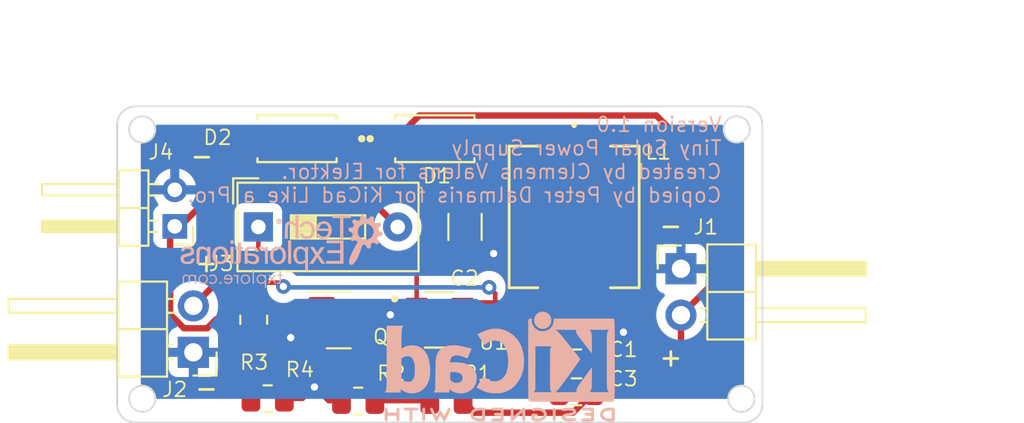
<source format=kicad_pcb>
(kicad_pcb (version 20240108) (generator "pcbnew") (generator_version "8.0")
  (layers (0 "F.Cu" signal) (31 "B.Cu" signal) (34 "B.Paste" user) (35 "F.Paste" user) (36 "B.SilkS" user "B.Silkscreen") (37 "F.SilkS" user "F.Silkscreen") (38 "B.Mask" user) (39 "F.Mask" user) (44 "Edge.Cuts" user))
  (net 0 "")
  (net 1 "Net-(J3-Pin_1)")
  (net 2 "GNDD")
  (net 3 "/OUT_P")
  (net 4 "Net-(U1-FB)")
  (net 5 "Net-(U1-SW)")
  (net 6 "/BAT_P")
  (net 7 "/SOLAR_P")
  (net 8 "Net-(Q1-D)")
  (footprint "Package_TO_SOT_SMD:SOT-23" (layer "F.Cu") (at 158.8285 122.174)
    (property "Reference" "Q1" (at 2.6715 0.926 0) (layer "F.SilkS") (effects (font (size 0.8 0.8) (thickness 0.1))))
    (property "Value" "2N7002" (hide yes))
    (pad "1" smd roundrect (at -0.9375 -0.95) (size 1.475 0.6) (layers "F.Cu" "F.Paste" "F.Mask") (net 7 "/SOLAR_P"))
    (pad "2" smd roundrect (at -0.9375 0.95) (size 1.475 0.6) (layers "F.Cu" "F.Paste" "F.Mask") (net 2 "GNDD"))
    (pad "3" smd roundrect (at 0.9375 0) (size 1.475 0.6) (layers "F.Cu" "F.Paste" "F.Mask") (net 8 "Net-(Q1-D)"))
  )
  (footprint "SS14:DIOM4325X250N" (layer "F.Cu") (at 156.547 112.268 180)
    (property "Reference" "D2" (at 4.347 0.068 180) (layer "F.SilkS") (effects (font (size 0.8 0.8) (thickness 0.1))))
    (property "Value" "SS14" (hide yes))
    (pad "A" smd rect (at 2.115 0 180) (size 2.12 1.5) (layers "F.Cu" "F.Paste" "F.Mask") (net 7 "/SOLAR_P"))
    (pad "C" smd rect (at -2.115 0 180) (size 2.12 1.5) (layers "F.Cu" "F.Paste" "F.Mask") (net 6 "/BAT_P"))
  )
  (footprint "Resistor_SMD:R_0805_2012Metric" (layer "F.Cu") (at 154.94 126.492)
    (property "Reference" "R4" (at 1.76 -1.592 0) (layer "F.SilkS") (effects (font (size 0.8 0.8) (thickness 0.1))))
    (property "Value" "1 ΜΩ" (hide yes))
    (pad "1" smd roundrect (at -0.9125 0) (size 1.025 1.4) (layers "F.Cu" "F.Paste" "F.Mask") (roundrect_rratio 0.243902) (net 7 "/SOLAR_P"))
    (pad "2" smd roundrect (at 0.9125 0) (size 1.025 1.4) (layers "F.Cu" "F.Paste" "F.Mask") (roundrect_rratio 0.243902) (net 2 "GNDD"))
  )
  (footprint "Resistor_SMD:R_0805_2012Metric" (layer "F.Cu") (at 159.893 126.619 180)
    (property "Reference" "R2" (at -1.807 1.519 180) (layer "F.SilkS") (effects (font (size 0.8 0.8) (thickness 0.1))))
    (property "Value" "604 kΩ 1%" (hide yes))
    (pad "1" smd roundrect (at -0.9125 0 180) (size 1.025 1.4) (layers "F.Cu" "F.Paste" "F.Mask") (roundrect_rratio 0.243902) (net 4 "Net-(U1-FB)"))
    (pad "2" smd roundrect (at 0.9125 0 180) (size 1.025 1.4) (layers "F.Cu" "F.Paste" "F.Mask") (roundrect_rratio 0.243902) (net 2 "GNDD"))
  )
  (footprint "Capacitor_SMD:C_0805_2012Metric" (layer "F.Cu") (at 171.831 126.111 180)
    (property "Reference" "C3" (at -2.569 0.711 180) (layer "F.SilkS") (effects (font (size 0.8 0.8) (thickness 0.1))))
    (property "Value" "10 pF 50 V X7R" (hide yes))
    (pad "1" smd roundrect (at -0.95 0 180) (size 1 1.45) (layers "F.Cu" "F.Paste" "F.Mask") (net 3 "/OUT_P"))
    (pad "2" smd roundrect (at 0.95 0 180) (size 1 1.45) (layers "F.Cu" "F.Paste" "F.Mask") (net 4 "Net-(U1-FB)"))
  )
  (footprint "SS14:DIOM4325X250N" (layer "F.Cu") (at 164.084 112.268)
    (property "Reference" "D1" (at 0.116 2.032 0) (layer "F.SilkS") (effects (font (size 0.8 0.8) (thickness 0.1))))
    (property "Value" "SS14" (hide yes))
    (pad "A" smd rect (at 2.115 0) (size 2.12 1.5) (layers "F.Cu" "F.Paste" "F.Mask") (net 5 "Net-(U1-SW)"))
    (pad "C" smd rect (at -2.115 0) (size 2.12 1.5) (layers "F.Cu" "F.Paste" "F.Mask") (net 3 "/OUT_P"))
  )
  (footprint "Connector_PinHeader_2.54mm:PinHeader_1x02_P2.54mm_Horizontal" (layer "F.Cu") (at 150.876 123.952 180)
    (property "Reference" "J2" (at 1.016 -2.032 180) (layer "F.SilkS") (effects (font (size 0.8 0.8) (thickness 0.1))))
    (property "Value" "Conn_01x02_Pin" (hide yes))
    (pad "1" thru_hole rect (at 0 0 180) (size 1.7 1.7) (drill 1) (layers "*.Cu" "*.Mask") (net 2 "GNDD"))
    (pad "2" thru_hole oval (at 0 2.54 180) (size 1.7 1.7) (drill 1) (layers "*.Cu" "*.Mask") (net 6 "/BAT_P"))
  )
  (footprint "footprints_coil:IND_ASPI-0630LR_ABR" (layer "F.Cu") (at 171.704 116.5479 -90)
    (property "Reference" "L1" (at -3.5479 -4.596 0) (layer "F.SilkS") (effects (font (size 0.8 0.8) (thickness 0.1))))
    (property "Value" "ASPI-0630LR-100M-T15" (hide yes))
    (pad "1" smd rect (at -2.5654 0) (size 3.302 2.667) (layers "F.Cu" "F.Paste" "F.Mask") (net 5 "Net-(U1-SW)"))
    (pad "2" smd rect (at 2.5654 0) (size 3.302 2.667) (layers "F.Cu" "F.Paste" "F.Mask") (net 1 "Net-(J3-Pin_1)"))
  )
  (footprint "Resistor_SMD:R_0805_2012Metric" (layer "F.Cu") (at 164.719 126.619 180)
    (property "Reference" "R1" (at -1.681 1.519 180) (layer "F.SilkS") (effects (font (size 0.8 0.8) (thickness 0.1))))
    (property "Value" "1 ΜΩ" (hide yes))
    (pad "1" smd roundrect (at -0.9125 0 180) (size 1.025 1.4) (layers "F.Cu" "F.Paste" "F.Mask") (roundrect_rratio 0.243902) (net 3 "/OUT_P"))
    (pad "2" smd roundrect (at 0.9125 0 180) (size 1.025 1.4) (layers "F.Cu" "F.Paste" "F.Mask") (roundrect_rratio 0.243902) (net 4 "Net-(U1-FB)"))
  )
  (footprint "Capacitor_SMD:C_1206_3216Metric" (layer "F.Cu") (at 165.735 117.094 -90)
    (property "Reference" "C2" (at 2.806 0.035 180) (layer "F.SilkS") (effects (font (size 0.8 0.8) (thickness 0.1))))
    (property "Value" "22 μF 10 V X7R" (hide yes))
    (pad "1" smd roundrect (at -1.475 0 270) (size 1.15 1.8) (layers "F.Cu" "F.Paste" "F.Mask") (roundrect_rratio 0.217391) (net 3 "/OUT_P"))
    (pad "2" smd roundrect (at 1.475 0 270) (size 1.15 1.8) (layers "F.Cu" "F.Paste" "F.Mask") (roundrect_rratio 0.217391) (net 2 "GNDD"))
  )
  (footprint "Connector_PinHeader_2.00mm:PinHeader_1x02_P2.00mm_Horizontal" (layer "F.Cu") (at 149.86 117.062 180)
    (property "Reference" "J4" (at 0.762 4.062 180) (layer "F.SilkS") (effects (font (size 0.8 0.8) (thickness 0.1))))
    (property "Value" "Conn_01x02_Pin" (hide yes))
    (pad "1" thru_hole rect (at 0 0 180) (size 1.35 1.35) (drill 0.8) (layers "*.Cu" "*.Mask") (net 7 "/SOLAR_P"))
    (pad "2" thru_hole oval (at 0 2 180) (size 1.35 1.35) (drill 0.8) (layers "*.Cu" "*.Mask") (net 2 "GNDD"))
  )
  (footprint "AP3015AKTR-G1:SOT95P280X145-5N" (layer "F.Cu") (at 164.338 122.174)
    (property "Reference" "U1" (at 2.962 1.226 0) (layer "F.SilkS") (effects (font (size 0.8 0.8) (thickness 0.1))))
    (property "Value" "AP3015AKTR-G1" (hide yes))
    (pad "1" smd roundrect (at -1.25 -0.95) (size 1.17 0.51) (layers "F.Cu" "F.Paste" "F.Mask") (roundrect_rratio 0.06) (net 5 "Net-(U1-SW)"))
    (pad "2" smd roundrect (at -1.25 0) (size 1.17 0.51) (layers "F.Cu" "F.Paste" "F.Mask") (roundrect_rratio 0.06) (net 2 "GNDD"))
    (pad "3" smd roundrect (at -1.25 0.95) (size 1.17 0.51) (layers "F.Cu" "F.Paste" "F.Mask") (roundrect_rratio 0.06) (net 4 "Net-(U1-FB)"))
    (pad "4" smd roundrect (at 1.25 0.95 180) (size 1.17 0.51) (layers "F.Cu" "F.Paste" "F.Mask") (roundrect_rratio 0.06) (net 8 "Net-(Q1-D)"))
    (pad "5" smd roundrect (at 1.25 -0.95 180) (size 1.17 0.51) (layers "F.Cu" "F.Paste" "F.Mask") (roundrect_rratio 0.06) (net 1 "Net-(J3-Pin_1)"))
  )
  (footprint "Connector_PinHeader_2.54mm:PinHeader_1x02_P2.54mm_Horizontal" (layer "F.Cu") (at 177.546 119.38)
    (property "Reference" "J1" (at 1.354 -2.28 0) (layer "F.SilkS") (effects (font (size 0.8 0.8) (thickness 0.1))))
    (property "Value" "Conn_01x02_Pin" (hide yes))
    (pad "1" thru_hole rect (at 0 0) (size 1.7 1.7) (drill 1) (layers "*.Cu" "*.Mask") (net 2 "GNDD"))
    (pad "2" thru_hole oval (at 0 2.54) (size 1.7 1.7) (drill 1) (layers "*.Cu" "*.Mask") (net 3 "/OUT_P"))
  )
  (footprint "Resistor_SMD:R_0805_2012Metric" (layer "F.Cu") (at 154.178 122.174 -90)
    (property "Reference" "R3" (at 2.326 -0.022 180) (layer "F.SilkS") (effects (font (size 0.8 0.8) (thickness 0.1))))
    (property "Value" "10 kΩ" (hide yes))
    (pad "1" smd roundrect (at -0.9125 0 270) (size 1.025 1.4) (layers "F.Cu" "F.Paste" "F.Mask") (roundrect_rratio 0.243902) (net 1 "Net-(J3-Pin_1)"))
    (pad "2" smd roundrect (at 0.9125 0 270) (size 1.025 1.4) (layers "F.Cu" "F.Paste" "F.Mask") (roundrect_rratio 0.243902) (net 8 "Net-(Q1-D)"))
  )
  (footprint "Button_Switch_THT:SW_DIP_SPSTx01_Slide_9.78x4.72mm_W7.62mm_P2.54mm" (layer "F.Cu") (at 154.432 117.094)
    (property "Reference" "J3" (at -2.032 2.006 0) (layer "F.SilkS") (effects (font (size 0.8 0.8) (thickness 0.1))))
    (property "Value" "Conn_01x02_Pin" (hide yes))
    (pad "1" thru_hole rect (at 0 0) (size 1.6 1.6) (drill 0.8) (layers "*.Cu" "*.Mask") (net 1 "Net-(J3-Pin_1)"))
    (pad "2" thru_hole oval (at 7.62 0) (size 1.6 1.6) (drill 0.8) (layers "*.Cu" "*.Mask") (net 6 "/BAT_P"))
  )
  (footprint "Capacitor_SMD:C_0805_2012Metric" (layer "F.Cu") (at 171.831 123.063)
    (property "Reference" "C1" (at 2.569 0.737 0) (layer "F.SilkS") (effects (font (size 0.8 0.8) (thickness 0.1))))
    (property "Value" "4.7 μF 50 V X7R" (hide yes))
    (pad "1" smd roundrect (at -0.95 0) (size 1 1.45) (layers "F.Cu" "F.Paste" "F.Mask") (net 1 "Net-(J3-Pin_1)"))
    (pad "2" smd roundrect (at 0.95 0) (size 1 1.45) (layers "F.Cu" "F.Paste" "F.Mask") (net 2 "GNDD"))
  )
  (footprint "Symbol:KiCad-Logo2_5mm_SilkScreen" (layer "B.Cu") (at 167.64 124.714 180)
    (property "Reference" "REF**" (hide yes))
    (property "Value" "KiCad-Logo2_5mm_SilkScreen" (hide yes))
  )
  (footprint "footprints:TE_Logo_11.6x4" (layer "B.Cu") (at 155.702 118.364 180)
    (property "Reference" "G***" (hide yes))
    (property "Value" "LOGO" (hide yes))
  )
  (gr_line (start 146.707107 111.5) (end 146.707107 126.792893) (stroke (width 0.1)) (layer "Edge.Cuts"))
  (gr_circle (center 180.848 126.492) (end 181.356 127) (stroke (width 0.1)) (fill none) (layer "Edge.Cuts"))
  (gr_circle (center 180.594 111.76) (end 181.102 112.268) (stroke (width 0.1)) (fill none) (layer "Edge.Cuts"))
  (gr_line (start 147.707107 127.792893) (end 181 127.792893) (stroke (width 0.1)) (layer "Edge.Cuts"))
  (gr_arc (start 182 126.792893) (mid 181.707107 127.5) (end 181 127.792893) (stroke (width 0.1)) (layer "Edge.Cuts"))
  (gr_circle (center 148.082 126.492) (end 148.59 127) (stroke (width 0.1)) (fill none) (layer "Edge.Cuts"))
  (gr_line (start 147.707107 110.5) (end 181 110.5) (stroke (width 0.1)) (layer "Edge.Cuts"))
  (gr_arc (start 146.707107 111.5) (mid 147 110.792893) (end 147.707107 110.5) (stroke (width 0.1)) (layer "Edge.Cuts"))
  (gr_line (start 182 111.5) (end 182 126.792893) (stroke (width 0.1)) (layer "Edge.Cuts"))
  (gr_arc (start 181 110.5) (mid 181.707107 110.792893) (end 182 111.5) (stroke (width 0.1)) (layer "Edge.Cuts"))
  (gr_circle (center 148.082 111.76) (end 148.59 112.268) (stroke (width 0.1)) (fill none) (layer "Edge.Cuts"))
  (gr_arc (start 147.707107 127.792893) (mid 147 127.5) (end 146.707107 126.792893) (stroke (width 0.1)) (layer "Edge.Cuts"))
  (gr_text "Version 1.0\nTiny Solar Power Supply\nCreated by Clemens Valens for Elektor.\nCopied by Peter Dalmaris for KiCad Like a Pro." (at 179.832 115.824 0) (layer "B.SilkS") (effects (font (size 0.8 0.8) (thickness 0.1)) (justify left bottom mirror)))
  (gr_text "-" (at 150.622 113.792 0) (layer "F.SilkS") (effects (font (size 1 1)) (justify left bottom)))
  (gr_text "+" (at 176.276 124.8 0) (layer "F.SilkS") (effects (font (size 1 1)) (justify left bottom)))
  (gr_text "+" (at 150.876 119.634 0) (layer "F.SilkS") (effects (font (size 1 1)) (justify left bottom)))
  (gr_text "-" (at 150.876 126.492 0) (layer "F.SilkS") (effects (font (size 1 1)) (justify left bottom)))
  (gr_text "-" (at 176.276 117.602 0) (layer "F.SilkS") (effects (font (size 1 1)) (justify left bottom)))
  (segment (start 167.386 121.224) (end 167.386 120.736) (width 0.25) (layer "F.Cu") (net 1))
  (segment (start 154.432 121.0075) (end 154.178 121.2615) (width 0.25) (layer "F.Cu") (net 1))
  (segment (start 155.8 120.35) (end 155.592 120.142) (width 0.25) (layer "F.Cu") (net 1))
  (segment (start 167.386 121.224) (end 169.5933 121.224) (width 0.25) (layer "F.Cu") (net 1))
  (segment (start 167.386 120.736) (end 167.05 120.4) (width 0.25) (layer "F.Cu") (net 1))
  (segment (start 155.592 120.142) (end 154.432 120.142) (width 0.25) (layer "F.Cu") (net 1))
  (segment (start 154.432 120.142) (end 154.432 121.0075) (width 0.25) (layer "F.Cu") (net 1))
  (segment (start 170.881 123.063) (end 170.881 119.9363) (width 0.25) (layer "F.Cu") (net 1))
  (segment (start 170.881 119.9363) (end 171.704 119.1133) (width 0.25) (layer "F.Cu") (net 1))
  (segment (start 154.432 117.094) (end 154.432 120.142) (width 0.25) (layer "F.Cu") (net 1))
  (segment (start 165.588 121.224) (end 167.386 121.224) (width 0.25) (layer "F.Cu") (net 1))
  (segment (start 169.5933 121.224) (end 171.704 119.1133) (width 0.25) (layer "F.Cu") (net 1))
  (via (at 167.05 120.4) (size 0.8) (drill 0.4) (layers "F.Cu" "B.Cu") (net 1))
  (via (at 155.8 120.35) (size 0.8) (drill 0.4) (layers "F.Cu" "B.Cu") (net 1))
  (segment (start 155.85 120.4) (end 155.8 120.35) (width 0.25) (layer "B.Cu") (net 1))
  (segment (start 167.05 120.4) (end 155.85 120.4) (width 0.25) (layer "B.Cu") (net 1))
  (segment (start 157.5 125.85) (end 158.269 126.619) (width 0.25) (layer "F.Cu") (net 2))
  (segment (start 161.924 122.174) (end 161.65 121.9) (width 0.25) (layer "F.Cu") (net 2))
  (segment (start 163.088 122.174) (end 161.924 122.174) (width 0.25) (layer "F.Cu") (net 2))
  (segment (start 157.891 123.124) (end 156.226 123.124) (width 0.25) (layer "F.Cu") (net 2))
  (segment (start 167.281 118.569) (end 167.3 118.55) (width 0.25) (layer "F.Cu") (net 2))
  (segment (start 156.858 126.492) (end 155.8525 126.492) (width 0.25) (layer "F.Cu") (net 2))
  (segment (start 156.226 123.124) (end 156.2 123.15) (width 0.25) (layer "F.Cu") (net 2))
  (segment (start 172.781 123.063) (end 174.187 123.063) (width 0.25) (layer "F.Cu") (net 2))
  (segment (start 165.735 118.569) (end 167.281 118.569) (width 0.25) (layer "F.Cu") (net 2))
  (segment (start 157.5 125.85) (end 156.858 126.492) (width 0.25) (layer "F.Cu") (net 2))
  (segment (start 158.269 126.619) (end 158.9805 126.619) (width 0.25) (layer "F.Cu") (net 2))
  (segment (start 174.187 123.063) (end 174.4 122.85) (width 0.25) (layer "F.Cu") (net 2))
  (via (at 161.65 121.9) (size 0.8) (drill 0.4) (layers "F.Cu" "B.Cu") (net 2))
  (via (at 156.2 123.15) (size 0.8) (drill 0.4) (layers "F.Cu" "B.Cu") (net 2))
  (via (at 167.3 118.55) (size 0.8) (drill 0.4) (layers "F.Cu" "B.Cu") (net 2))
  (via (at 174.4 122.85) (size 0.8) (drill 0.4) (layers "F.Cu" "B.Cu") (net 2))
  (via (at 157.5 125.85) (size 0.8) (drill 0.4) (layers "F.Cu" "B.Cu") (net 2))
  (segment (start 165.6315 126.619) (end 166.2665 127.254) (width 0.35) (layer "F.Cu") (net 3))
  (segment (start 161.969 112.268) (end 162.384 112.268) (width 0.35) (layer "F.Cu") (net 3))
  (segment (start 163.237 111) (end 176.2 111) (width 0.35) (layer "F.Cu") (net 3))
  (segment (start 174.889 126.111) (end 177.546 123.454) (width 0.35) (layer "F.Cu") (net 3))
  (segment (start 177.546 123.454) (end 177.546 121.92) (width 0.35) (layer "F.Cu") (net 3))
  (segment (start 172.781 126.111) (end 174.889 126.111) (width 0.35) (layer "F.Cu") (net 3))
  (segment (start 166.2665 127.254) (end 171.638 127.254) (width 0.35) (layer "F.Cu") (net 3))
  (segment (start 171.638 127.254) (end 172.781 126.111) (width 0.35) (layer "F.Cu") (net 3))
  (segment (start 162.384 112.268) (end 165.735 115.619) (width 0.35) (layer "F.Cu") (net 3))
  (segment (start 161.969 112.268) (end 163.237 111) (width 0.35) (layer "F.Cu") (net 3))
  (segment (start 176.2 111) (end 180.05 114.85) (width 0.35) (layer "F.Cu") (net 3))
  (segment (start 180.05 119.416) (end 177.546 121.92) (width 0.35) (layer "F.Cu") (net 3))
  (segment (start 180.05 114.85) (end 180.05 119.416) (width 0.35) (layer "F.Cu") (net 3))
  (segment (start 167.894 123.522) (end 167.894 124.968) (width 0.25) (layer "F.Cu") (net 4))
  (segment (start 163.088 123.124) (end 163.642 123.124) (width 0.25) (layer "F.Cu") (net 4))
  (segment (start 163.642 123.124) (end 164.338 122.428) (width 0.25) (layer "F.Cu") (net 4))
  (segment (start 160.8055 126.619) (end 163.8065 126.619) (width 0.25) (layer "F.Cu") (net 4))
  (segment (start 170.881 126.111) (end 169.738 124.968) (width 0.25) (layer "F.Cu") (net 4))
  (segment (start 169.738 124.968) (end 167.894 124.968) (width 0.25) (layer "F.Cu") (net 4))
  (segment (start 166.8 122.428) (end 167.894 123.522) (width 0.25) (layer "F.Cu") (net 4))
  (segment (start 167.894 124.968) (end 165.4575 124.968) (width 0.25) (layer "F.Cu") (net 4))
  (segment (start 165.4575 124.968) (end 163.8065 126.619) (width 0.25) (layer "F.Cu") (net 4))
  (segment (start 164.338 122.428) (end 166.8 122.428) (width 0.25) (layer "F.Cu") (net 4))
  (segment (start 171.186 111.75) (end 171.704 112.268) (width 0.25) (layer "F.Cu") (net 5))
  (segment (start 163.088 121.224) (end 163.088 118.09) (width 0.25) (layer "F.Cu") (net 5))
  (segment (start 163.83 117.348) (end 166.116 117.348) (width 0.25) (layer "F.Cu") (net 5))
  (segment (start 166.199 112.268) (end 166.717 111.75) (width 0.25) (layer "F.Cu") (net 5))
  (segment (start 166.116 117.348) (end 167.25 116.214) (width 0.25) (layer "F.Cu") (net 5))
  (segment (start 163.088 118.09) (end 163.83 117.348) (width 0.25) (layer "F.Cu") (net 5))
  (segment (start 171.704 112.268) (end 171.704 113.9825) (width 0.25) (layer "F.Cu") (net 5))
  (segment (start 166.717 111.75) (end 171.186 111.75) (width 0.25) (layer "F.Cu") (net 5))
  (segment (start 167.25 116.214) (end 167.25 113.319) (width 0.25) (layer "F.Cu") (net 5))
  (segment (start 167.25 113.319) (end 166.199 112.268) (width 0.25) (layer "F.Cu") (net 5))
  (segment (start 157.988 114.554) (end 158.75 113.792) (width 0.35) (layer "F.Cu") (net 6))
  (segment (start 150.876 121.412) (end 152.908 119.38) (width 0.35) (layer "F.Cu") (net 6))
  (segment (start 153.67 114.554) (end 157.988 114.554) (width 0.35) (layer "F.Cu") (net 6))
  (segment (start 158.75 113.792) (end 162.052 117.094) (width 0.35) (layer "F.Cu") (net 6))
  (segment (start 152.908 119.38) (end 152.908 115.316) (width 0.35) (layer "F.Cu") (net 6))
  (segment (start 158.662 112.268) (end 158.662 113.704) (width 0.35) (layer "F.Cu") (net 6))
  (segment (start 158.662 113.704) (end 158.75 113.792) (width 0.35) (layer "F.Cu") (net 6))
  (segment (start 152.908 115.316) (end 153.67 114.554) (width 0.35) (layer "F.Cu") (net 6))
  (segment (start 152.4 124.25) (end 152.4 122.149) (width 0.35) (layer "F.Cu") (net 7))
  (segment (start 152.4 122.149) (end 152.121 122.149) (width 0.35) (layer "F.Cu") (net 7))
  (segment (start 153.162 112.268) (end 154.432 112.268) (width 0.35) (layer "F.Cu") (net 7))
  (segment (start 151.633 122.637) (end 150.368588 122.637) (width 0.35) (layer "F.Cu") (net 7))
  (segment (start 156.966 122.149) (end 152.4 122.149) (width 0.35) (layer "F.Cu") (net 7))
  (segment (start 150.368588 122.637) (end 149.606 121.874412) (width 0.35) (layer "F.Cu") (net 7))
  (segment (start 149.606 121.874412) (end 149.606 117.316) (width 0.35) (layer "F.Cu") (net 7))
  (segment (start 152.4 113.03) (end 153.162 112.268) (width 0.35) (layer "F.Cu") (net 7))
  (segment (start 150.146 117.062) (end 152.4 114.808) (width 0.35) (layer "F.Cu") (net 7))
  (segment (start 149.86 117.062) (end 149.86 117.348) (width 0.35) (layer "F.Cu") (net 7))
  (segment (start 157.891 121.224) (end 156.966 122.149) (width 0.35) (layer "F.Cu") (net 7))
  (segment (start 149.606 117.316) (end 149.86 117.062) (width 0.35) (layer "F.Cu") (net 7))
  (segment (start 154.0275 125.8775) (end 152.4 124.25) (width 0.35) (layer "F.Cu") (net 7))
  (segment (start 152.4 114.808) (end 152.4 113.03) (width 0.35) (layer "F.Cu") (net 7))
  (segment (start 154.0275 126.492) (end 154.0275 125.8775) (width 0.35) (layer "F.Cu") (net 7))
  (segment (start 149.86 117.062) (end 150.146 117.062) (width 0.35) (layer "F.Cu") (net 7))
  (segment (start 152.121 122.149) (end 151.633 122.637) (width 0.35) (layer "F.Cu") (net 7))
  (segment (start 155.2975 124.206) (end 159.766 124.206) (width 0.25) (layer "F.Cu") (net 8))
  (segment (start 165.588 123.124) (end 164.912 123.124) (width 0.25) (layer "F.Cu") (net 8))
  (segment (start 160.528 123.444) (end 160.782 123.19) (width 0.25) (layer "F.Cu") (net 8))
  (segment (start 163.83 124.206) (end 161.29 124.206) (width 0.25) (layer "F.Cu") (net 8))
  (segment (start 161.29 124.206) (end 160.528 123.444) (width 0.25) (layer "F.Cu") (net 8))
  (segment (start 154.178 123.0865) (end 155.2975 124.206) (width 0.25) (layer "F.Cu") (net 8))
  (segment (start 160.782 122.428) (end 160.528 122.174) (width 0.25) (layer "F.Cu") (net 8))
  (segment (start 160.528 122.174) (end 159.766 122.174) (width 0.25) (layer "F.Cu") (net 8))
  (segment (start 159.766 124.206) (end 160.528 123.444) (width 0.25) (layer "F.Cu") (net 8))
  (segment (start 164.912 123.124) (end 163.83 124.206) (width 0.25) (layer "F.Cu") (net 8))
  (segment (start 160.782 123.19) (end 160.782 122.428) (width 0.25) (layer "F.Cu") (net 8))
  (zone (net 2) (net_name "GNDD") (layer "B.Cu") (name "GND") (connect_pads (clearance 0.5)) (min_thickness 0.25) (fill yes (thermal_gap 0.5) (thermal_bridge_width 0.5))
    (polygon (pts (xy 181 111.5) (xy 148 111.5) (xy 148 126.5) (xy 181 126.5)))
  )
)
</source>
